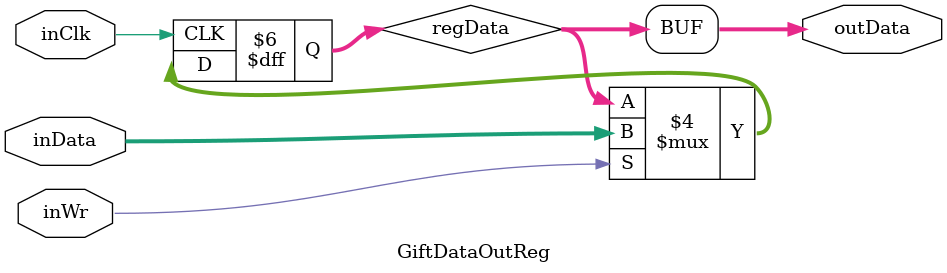
<source format=v>

module GiftDataOutReg(
    input wire inClk,
    input wire inWr,
    input wire [127:0] inData,
    output wire [127:0] outData
);

reg [127:0] regData = 128'b0;

always @(posedge(inClk)) begin
    if(inWr==1'b1) begin
        regData <= inData;
    end
end

assign outData = regData;


endmodule
</source>
